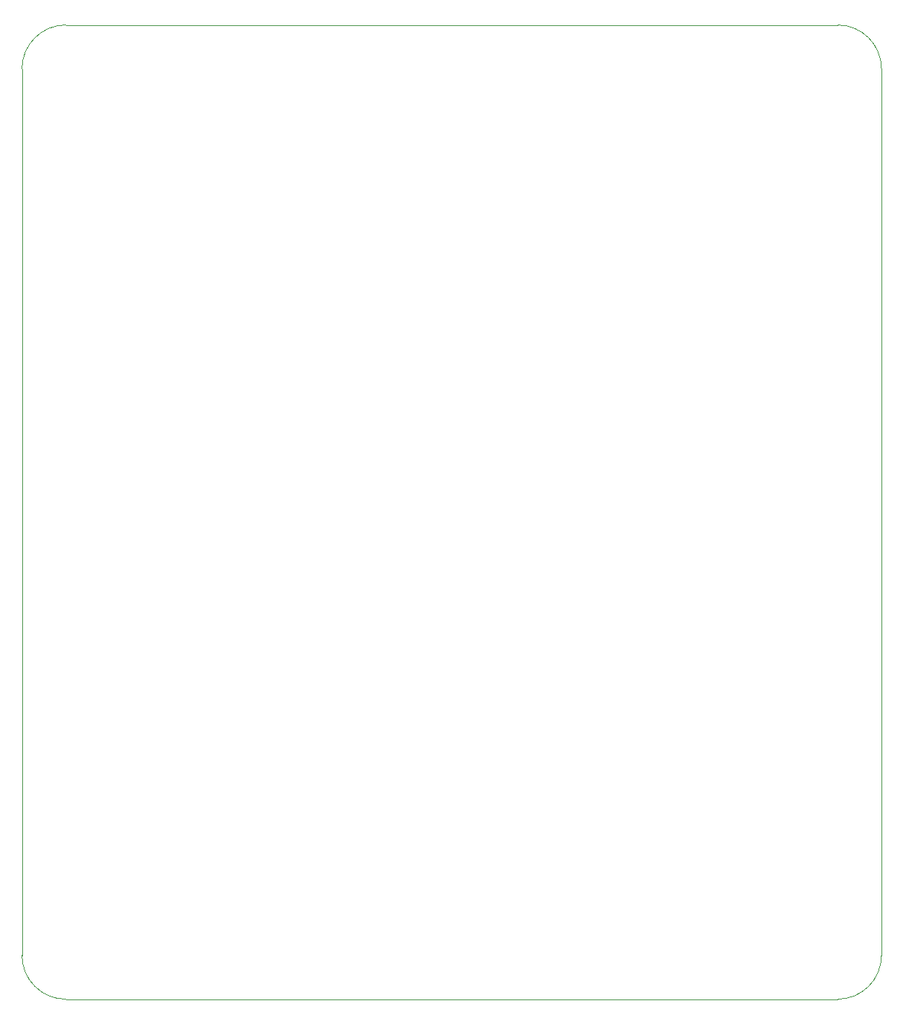
<source format=gbr>
%TF.GenerationSoftware,KiCad,Pcbnew,8.0.6*%
%TF.CreationDate,2024-11-05T07:22:12-08:00*%
%TF.ProjectId,Final_Project_PCB,46696e61-6c5f-4507-926f-6a6563745f50,1.0*%
%TF.SameCoordinates,Original*%
%TF.FileFunction,Profile,NP*%
%FSLAX46Y46*%
G04 Gerber Fmt 4.6, Leading zero omitted, Abs format (unit mm)*
G04 Created by KiCad (PCBNEW 8.0.6) date 2024-11-05 07:22:12*
%MOMM*%
%LPD*%
G01*
G04 APERTURE LIST*
%TA.AperFunction,Profile*%
%ADD10C,0.100000*%
%TD*%
G04 APERTURE END LIST*
D10*
X208000000Y-55000000D02*
X208000000Y-156000000D01*
X203000000Y-161000000D02*
X115000000Y-161000000D01*
X115000000Y-50000000D02*
X203000000Y-50000000D01*
X208000000Y-156000000D02*
G75*
G02*
X203000000Y-161000000I-5000000J0D01*
G01*
X110000000Y-55000000D02*
G75*
G02*
X115000000Y-50000000I5000000J0D01*
G01*
X115000000Y-161000000D02*
G75*
G02*
X110000000Y-156000000I0J5000000D01*
G01*
X110000000Y-156000000D02*
X110000000Y-55000000D01*
X203000000Y-50000000D02*
G75*
G02*
X208000000Y-55000000I0J-5000000D01*
G01*
M02*

</source>
